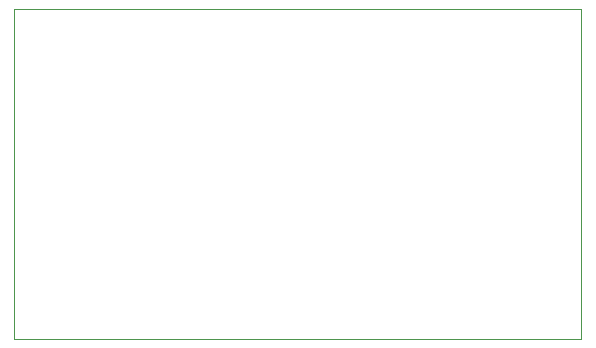
<source format=gbr>
%TF.GenerationSoftware,KiCad,Pcbnew,7.0.11-2.fc39*%
%TF.CreationDate,2024-04-04T23:01:03+02:00*%
%TF.ProjectId,WifiCAN,57696669-4341-44e2-9e6b-696361645f70,rev?*%
%TF.SameCoordinates,Original*%
%TF.FileFunction,Profile,NP*%
%FSLAX46Y46*%
G04 Gerber Fmt 4.6, Leading zero omitted, Abs format (unit mm)*
G04 Created by KiCad (PCBNEW 7.0.11-2.fc39) date 2024-04-04 23:01:03*
%MOMM*%
%LPD*%
G01*
G04 APERTURE LIST*
%TA.AperFunction,Profile*%
%ADD10C,0.050000*%
%TD*%
G04 APERTURE END LIST*
D10*
X107757700Y-92263600D02*
X155757700Y-92263600D01*
X155757700Y-120263600D01*
X107757700Y-120263600D01*
X107757700Y-92263600D01*
M02*

</source>
